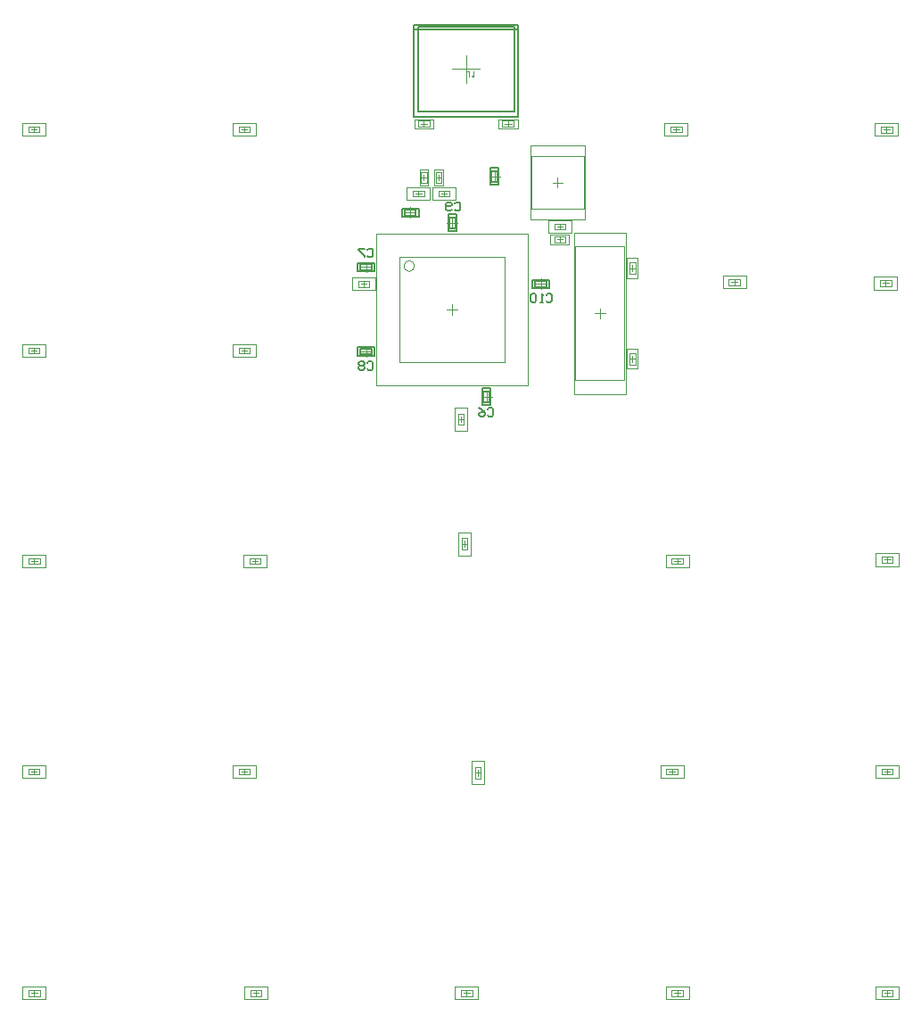
<source format=gto>
G04*
G04 #@! TF.GenerationSoftware,Altium Limited,Altium Designer,20.2.4 (192)*
G04*
G04 Layer_Color=65535*
%FSLAX25Y25*%
%MOIN*%
G70*
G04*
G04 #@! TF.SameCoordinates,1DD117FB-4894-4434-94E6-58AE3DA5C218*
G04*
G04*
G04 #@! TF.FilePolarity,Positive*
G04*
G01*
G75*
%ADD10C,0.00394*%
%ADD11C,0.00197*%
%ADD12C,0.00787*%
%ADD13C,0.00600*%
G36*
X205726Y381364D02*
X205526D01*
X205489Y381425D01*
X205450Y381484D01*
X205402Y381542D01*
X205359Y381593D01*
X205315Y381637D01*
X205282Y381673D01*
X205268Y381684D01*
X205257Y381695D01*
X205253Y381698D01*
X205249Y381702D01*
X205173Y381764D01*
X205096Y381822D01*
X205024Y381873D01*
X204951Y381913D01*
X204889Y381950D01*
X204863Y381964D01*
X204842Y381975D01*
X204823Y381986D01*
X204809Y381990D01*
X204802Y381997D01*
X204798D01*
Y382295D01*
X204853Y382274D01*
X204907Y382248D01*
X204962Y382223D01*
X205013Y382197D01*
X205056Y382175D01*
X205093Y382157D01*
X205115Y382142D01*
X205118Y382139D01*
X205122D01*
X205187Y382099D01*
X205246Y382059D01*
X205297Y382022D01*
X205337Y381990D01*
X205373Y381964D01*
X205395Y381942D01*
X205413Y381928D01*
X205417Y381924D01*
Y383893D01*
X205726D01*
Y381364D01*
D02*
G37*
G36*
X203513Y383933D02*
X203586Y383923D01*
X203651Y383908D01*
X203710Y383890D01*
X203757Y383875D01*
X203790Y383861D01*
X203812Y383850D01*
X203819Y383846D01*
X203877Y383810D01*
X203928Y383766D01*
X203968Y383722D01*
X204004Y383682D01*
X204030Y383642D01*
X204048Y383613D01*
X204059Y383591D01*
X204063Y383588D01*
Y383584D01*
X204088Y383511D01*
X204110Y383435D01*
X204124Y383351D01*
X204132Y383271D01*
X204139Y383202D01*
Y383173D01*
X204143Y383143D01*
Y383122D01*
Y383107D01*
Y383096D01*
Y383093D01*
Y381375D01*
X203808D01*
Y383111D01*
Y383187D01*
X203801Y383253D01*
X203797Y383307D01*
X203790Y383351D01*
X203782Y383384D01*
X203779Y383409D01*
X203771Y383424D01*
Y383428D01*
X203757Y383464D01*
X203739Y383493D01*
X203717Y383519D01*
X203699Y383544D01*
X203677Y383559D01*
X203662Y383573D01*
X203651Y383580D01*
X203648Y383584D01*
X203611Y383602D01*
X203575Y383617D01*
X203538Y383624D01*
X203506Y383631D01*
X203473Y383635D01*
X203451Y383639D01*
X203429D01*
X203371Y383635D01*
X203316Y383620D01*
X203273Y383606D01*
X203233Y383584D01*
X203204Y383566D01*
X203182Y383548D01*
X203167Y383537D01*
X203164Y383533D01*
X203145Y383511D01*
X203131Y383486D01*
X203109Y383428D01*
X203087Y383362D01*
X203076Y383296D01*
X203065Y383235D01*
Y383209D01*
X203062Y383187D01*
X203058Y383165D01*
Y383151D01*
Y383143D01*
Y383140D01*
X202756Y383184D01*
Y383253D01*
X202760Y383315D01*
X202770Y383377D01*
X202778Y383431D01*
X202792Y383482D01*
X202807Y383526D01*
X202821Y383569D01*
X202836Y383606D01*
X202854Y383639D01*
X202869Y383668D01*
X202883Y383693D01*
X202898Y383711D01*
X202909Y383726D01*
X202916Y383740D01*
X202920Y383744D01*
X202923Y383748D01*
X202960Y383781D01*
X202996Y383810D01*
X203036Y383835D01*
X203080Y383857D01*
X203164Y383890D01*
X203244Y383912D01*
X203320Y383926D01*
X203349Y383930D01*
X203378Y383933D01*
X203400Y383937D01*
X203433D01*
X203513Y383933D01*
D02*
G37*
D10*
X183465Y311024D02*
G03*
X183465Y311024I-1969J0D01*
G01*
X300959Y306114D02*
X305093D01*
X300959Y303948D02*
X305093D01*
Y306114D01*
X300959Y303948D02*
Y306114D01*
X203306Y205177D02*
Y209311D01*
X201140Y205177D02*
Y209311D01*
Y205177D02*
X203306D01*
X201140Y209311D02*
X203306D01*
X199709Y255790D02*
X201875D01*
X199709Y251656D02*
X201875D01*
X199709D02*
Y255790D01*
X201875Y251656D02*
Y255790D01*
X243504Y318307D02*
X262008D01*
X243504Y268307D02*
X262008D01*
Y318307D01*
X243504Y268307D02*
Y318307D01*
X277658Y120965D02*
X281791D01*
X277658Y123130D02*
X281791D01*
X277658Y120965D02*
Y123130D01*
X281791Y120965D02*
Y123130D01*
X279626Y38287D02*
X283760D01*
X279626Y40453D02*
X283760D01*
X279626Y38287D02*
Y40453D01*
X283760Y38287D02*
Y40453D01*
X200886Y38287D02*
X205020D01*
X200886Y40453D02*
X205020D01*
X200886Y38287D02*
Y40453D01*
X205020Y38287D02*
Y40453D01*
X279232Y361122D02*
X283366D01*
X279232Y363287D02*
X283366D01*
X279232Y361122D02*
Y363287D01*
X283366Y361122D02*
Y363287D01*
X39272Y38287D02*
X43406D01*
X39272Y40453D02*
X43406D01*
X39272Y38287D02*
Y40453D01*
X43406Y38287D02*
Y40453D01*
X39075Y120965D02*
X43209D01*
X39075Y123130D02*
X43209D01*
X39075Y120965D02*
Y123130D01*
X43209Y120965D02*
Y123130D01*
X121752Y199705D02*
X125886D01*
X121752Y201870D02*
X125886D01*
X121752Y199705D02*
Y201870D01*
X125886Y199705D02*
Y201870D01*
X39075Y278445D02*
X43209D01*
X39075Y280610D02*
X43209D01*
X39075Y278445D02*
Y280610D01*
X43209Y278445D02*
Y280610D01*
X117815Y361122D02*
X121949D01*
X117815Y363287D02*
X121949D01*
X117815Y361122D02*
Y363287D01*
X121949Y361122D02*
Y363287D01*
X216339Y362992D02*
Y365354D01*
X220669Y362992D02*
Y365354D01*
X216339Y362992D02*
X220669D01*
X216339Y365354D02*
X220669D01*
X263779Y278543D02*
X266142D01*
X263779Y274213D02*
X266142D01*
X263779D02*
Y278543D01*
X266142Y274213D02*
Y278543D01*
X235728Y319941D02*
X239862D01*
X235728Y322106D02*
X239862D01*
X235728Y319941D02*
Y322106D01*
X239862Y319941D02*
Y322106D01*
X185886Y341988D02*
X188051D01*
X185886Y346122D02*
X188051D01*
Y341988D02*
Y346122D01*
X185886Y341988D02*
Y346122D01*
X235728Y326831D02*
X239862D01*
X235728Y324665D02*
X239862D01*
Y326831D01*
X235728Y324665D02*
Y326831D01*
X182933Y337067D02*
X187067D01*
X182933Y339232D02*
X187067D01*
X182933Y337067D02*
Y339232D01*
X187067Y337067D02*
Y339232D01*
X177953Y314567D02*
X217323D01*
X177953Y275197D02*
X217323D01*
X177953D02*
Y314567D01*
X217323Y275197D02*
Y314567D01*
X227165Y332441D02*
X246850D01*
X227165Y352126D02*
X246850D01*
Y332441D02*
Y352126D01*
X227165Y332441D02*
Y352126D01*
X358169Y123130D02*
X362303D01*
X358169Y120965D02*
X362303D01*
Y123130D01*
X358169Y120965D02*
Y123130D01*
Y40453D02*
X362303D01*
X358169Y38287D02*
X362303D01*
Y40453D01*
X358169Y38287D02*
Y40453D01*
X357893Y363115D02*
X362027D01*
X357893Y360949D02*
X362027D01*
Y363115D01*
X357893Y360949D02*
Y363115D01*
X357601Y305737D02*
X361735D01*
X357601Y303571D02*
X361735D01*
Y305737D01*
X357601Y303571D02*
Y305737D01*
X208307Y119622D02*
Y123756D01*
X206142Y119622D02*
Y123756D01*
Y119622D02*
X208307D01*
X206142Y123756D02*
X208307D01*
X122146Y38287D02*
X126279D01*
X122146Y40453D02*
X126279D01*
X122146Y38287D02*
Y40453D01*
X126279Y38287D02*
Y40453D01*
X117815Y120965D02*
X121949D01*
X117815Y123130D02*
X121949D01*
X117815Y120965D02*
Y123130D01*
X121949Y120965D02*
Y123130D01*
X39272Y199705D02*
X43406D01*
X39272Y201870D02*
X43406D01*
X39272Y199705D02*
Y201870D01*
X43406Y199705D02*
Y201870D01*
X117815Y278445D02*
X121949D01*
X117815Y280610D02*
X121949D01*
X117815Y278445D02*
Y280610D01*
X121949Y278445D02*
Y280610D01*
X39075Y361122D02*
X43209D01*
X39075Y363287D02*
X43209D01*
X39075Y361122D02*
Y363287D01*
X43209Y361122D02*
Y363287D01*
X279626Y199705D02*
X283760D01*
X279626Y201870D02*
X283760D01*
X279626Y199705D02*
Y201870D01*
X283760Y199705D02*
Y201870D01*
X189173Y362992D02*
Y365354D01*
X184843Y362992D02*
Y365354D01*
X189173D01*
X184843Y362992D02*
X189173D01*
X162500Y303248D02*
Y305413D01*
X166634Y303248D02*
Y305413D01*
X162500Y303248D02*
X166634D01*
X162500Y305413D02*
X166634D01*
X191398Y341988D02*
Y346122D01*
X193563Y341988D02*
Y346122D01*
X191398D02*
X193563D01*
X191398Y341988D02*
X193563D01*
X263779Y308071D02*
X266142D01*
X263779Y312402D02*
X266142D01*
Y308071D02*
Y312402D01*
X263779Y308071D02*
Y312402D01*
X358210Y200215D02*
Y202381D01*
X362343Y200215D02*
Y202381D01*
X358210Y200215D02*
X362343D01*
X358210Y202381D02*
X362343D01*
X192382Y337067D02*
X196516D01*
X192382Y339232D02*
X196516D01*
X192382Y337067D02*
Y339232D01*
X196516Y337067D02*
Y339232D01*
X252756Y291339D02*
Y295276D01*
X250787Y293307D02*
X254724D01*
X217323Y364173D02*
X219685D01*
X218504Y362992D02*
Y365354D01*
X264961Y275197D02*
Y277559D01*
X263779Y276378D02*
X266142D01*
X237795Y319941D02*
Y322106D01*
X236713Y321024D02*
X238878D01*
X186969Y342972D02*
Y345138D01*
X185886Y344055D02*
X188051D01*
X237795Y324665D02*
Y326831D01*
X236713Y325748D02*
X238878D01*
X185000Y337067D02*
Y339232D01*
X183917Y338150D02*
X186083D01*
X197638Y292913D02*
Y296850D01*
X195669Y294882D02*
X199606D01*
X235039Y342284D02*
X238976D01*
X237008Y340315D02*
Y344252D01*
X185827Y364173D02*
X188189D01*
X187008Y362992D02*
Y365354D01*
X163484Y304331D02*
X165650D01*
X164567Y303248D02*
Y305413D01*
X191398Y344055D02*
X193563D01*
X192480Y342972D02*
Y345138D01*
X264961Y309055D02*
Y311417D01*
X263779Y310236D02*
X266142D01*
X194449Y337067D02*
Y339232D01*
X193366Y338150D02*
X195531D01*
X197642Y384646D02*
X207870D01*
X202756Y379532D02*
Y389760D01*
X211446Y344529D02*
X215384D01*
X213415Y342561D02*
Y346498D01*
X181876Y329050D02*
Y332987D01*
X179907Y331019D02*
X183844D01*
X197638Y325197D02*
Y329134D01*
X195669Y327165D02*
X199606D01*
X163386Y310630D02*
X167323D01*
X165354Y308661D02*
Y312598D01*
X228740Y304331D02*
X232677D01*
X230709Y302362D02*
Y306299D01*
X163386Y279134D02*
X167323D01*
X165354Y277165D02*
Y281102D01*
X210386Y260189D02*
Y264126D01*
X208418Y262158D02*
X212354D01*
D11*
X303026Y303948D02*
Y306114D01*
X301943Y305031D02*
X304108D01*
X298695Y307393D02*
X307356D01*
X298695Y302669D02*
X307356D01*
Y307393D01*
X298695Y302669D02*
Y307393D01*
X201140Y207244D02*
X203306D01*
X202223Y206161D02*
Y208326D01*
X204585Y202913D02*
Y211574D01*
X199861Y202913D02*
Y211574D01*
Y202913D02*
X204585D01*
X199861Y211574D02*
X204585D01*
X198430Y258054D02*
X203154D01*
X198430Y249392D02*
X203154D01*
X198430D02*
Y258054D01*
X203154Y249392D02*
Y258054D01*
X200792Y252640D02*
Y254806D01*
X199709Y253723D02*
X201875D01*
X243110Y263189D02*
Y323425D01*
X262402Y263189D02*
Y323425D01*
X243110Y263189D02*
X262402D01*
X243110Y323425D02*
X262402D01*
X279724Y120965D02*
Y123130D01*
X278642Y122047D02*
X280807D01*
X275394Y119685D02*
X284055D01*
X275394Y124409D02*
X284055D01*
X275394Y119685D02*
Y124409D01*
X284055Y119685D02*
Y124409D01*
X281693Y38287D02*
Y40453D01*
X280610Y39370D02*
X282776D01*
X277362Y37008D02*
X286024D01*
X277362Y41732D02*
X286024D01*
X277362Y37008D02*
Y41732D01*
X286024Y37008D02*
Y41732D01*
X202953Y38287D02*
Y40453D01*
X201870Y39370D02*
X204035D01*
X198622Y37008D02*
X207283D01*
X198622Y41732D02*
X207283D01*
X198622Y37008D02*
Y41732D01*
X207283Y37008D02*
Y41732D01*
X281299Y361122D02*
Y363287D01*
X280217Y362205D02*
X282382D01*
X276969Y359842D02*
X285630D01*
X276969Y364567D02*
X285630D01*
X276969Y359842D02*
Y364567D01*
X285630Y359842D02*
Y364567D01*
X41339Y38287D02*
Y40453D01*
X40256Y39370D02*
X42421D01*
X37008Y37008D02*
X45669D01*
X37008Y41732D02*
X45669D01*
X37008Y37008D02*
Y41732D01*
X45669Y37008D02*
Y41732D01*
X41142Y120965D02*
Y123130D01*
X40059Y122047D02*
X42224D01*
X36811Y119685D02*
X45472D01*
X36811Y124409D02*
X45472D01*
X36811Y119685D02*
Y124409D01*
X45472Y119685D02*
Y124409D01*
X123819Y199705D02*
Y201870D01*
X122736Y200787D02*
X124902D01*
X119488Y198425D02*
X128150D01*
X119488Y203150D02*
X128150D01*
X119488Y198425D02*
Y203150D01*
X128150Y198425D02*
Y203150D01*
X41142Y278445D02*
Y280610D01*
X40059Y279528D02*
X42224D01*
X36811Y277165D02*
X45472D01*
X36811Y281890D02*
X45472D01*
X36811Y277165D02*
Y281890D01*
X45472Y277165D02*
Y281890D01*
X119882Y361122D02*
Y363287D01*
X118799Y362205D02*
X120965D01*
X115551Y359842D02*
X124213D01*
X115551Y364567D02*
X124213D01*
X115551Y359842D02*
Y364567D01*
X124213Y359842D02*
Y364567D01*
X214961Y362402D02*
Y365945D01*
X222047Y362402D02*
Y365945D01*
X214961Y362402D02*
X222047D01*
X214961Y365945D02*
X222047D01*
X262992Y280118D02*
X266929D01*
X262992Y272638D02*
X266929D01*
X262992D02*
Y280118D01*
X266929Y272638D02*
Y280118D01*
X234252Y319252D02*
X241339D01*
X234252Y322795D02*
X241339D01*
X234252Y319252D02*
Y322795D01*
X241339Y319252D02*
Y322795D01*
X185394Y341102D02*
X188543D01*
X185394Y347008D02*
X188543D01*
Y341102D02*
Y347008D01*
X185394Y341102D02*
Y347008D01*
X233465Y328110D02*
X242126D01*
X233465Y323386D02*
X242126D01*
Y328110D01*
X233465Y323386D02*
Y328110D01*
X180669Y335787D02*
X189331D01*
X180669Y340512D02*
X189331D01*
X180669Y335787D02*
Y340512D01*
X189331Y335787D02*
Y340512D01*
X169291Y323228D02*
X225984D01*
X169291Y266535D02*
X225984D01*
X169291D02*
Y323228D01*
X225984Y266535D02*
Y323228D01*
X226772Y328563D02*
X247244D01*
X226772D02*
Y356004D01*
X247244Y328563D02*
Y356004D01*
X226772D02*
X247244D01*
X360236Y120965D02*
Y123130D01*
X359154Y122047D02*
X361319D01*
X355906Y124409D02*
X364567D01*
X355906Y119685D02*
X364567D01*
Y124409D01*
X355906Y119685D02*
Y124409D01*
X360236Y38287D02*
Y40453D01*
X359154Y39370D02*
X361319D01*
X355906Y41732D02*
X364567D01*
X355906Y37008D02*
X364567D01*
Y41732D01*
X355906Y37008D02*
Y41732D01*
X359960Y360949D02*
Y363115D01*
X358877Y362032D02*
X361043D01*
X355629Y364394D02*
X364291D01*
X355629Y359670D02*
X364291D01*
Y364394D01*
X355629Y359670D02*
Y364394D01*
X359668Y303571D02*
Y305737D01*
X358585Y304654D02*
X360751D01*
X355337Y307016D02*
X363999D01*
X355337Y302292D02*
X363999D01*
Y307016D01*
X355337Y302292D02*
Y307016D01*
X206142Y121689D02*
X208307D01*
X207224Y120606D02*
Y122772D01*
X209587Y117358D02*
Y126020D01*
X204862Y117358D02*
Y126020D01*
Y117358D02*
X209587D01*
X204862Y126020D02*
X209587D01*
X124213Y38287D02*
Y40453D01*
X123130Y39370D02*
X125295D01*
X119882Y37008D02*
X128543D01*
X119882Y41732D02*
X128543D01*
X119882Y37008D02*
Y41732D01*
X128543Y37008D02*
Y41732D01*
X119882Y120965D02*
Y123130D01*
X118799Y122047D02*
X120965D01*
X115551Y119685D02*
X124213D01*
X115551Y124409D02*
X124213D01*
X115551Y119685D02*
Y124409D01*
X124213Y119685D02*
Y124409D01*
X41339Y199705D02*
Y201870D01*
X40256Y200787D02*
X42421D01*
X37008Y198425D02*
X45669D01*
X37008Y203150D02*
X45669D01*
X37008Y198425D02*
Y203150D01*
X45669Y198425D02*
Y203150D01*
X119882Y278445D02*
Y280610D01*
X118799Y279528D02*
X120965D01*
X115551Y277165D02*
X124213D01*
X115551Y281890D02*
X124213D01*
X115551Y277165D02*
Y281890D01*
X124213Y277165D02*
Y281890D01*
X41142Y361122D02*
Y363287D01*
X40059Y362205D02*
X42224D01*
X36811Y359842D02*
X45472D01*
X36811Y364567D02*
X45472D01*
X36811Y359842D02*
Y364567D01*
X45472Y359842D02*
Y364567D01*
X281693Y199705D02*
Y201870D01*
X280610Y200787D02*
X282776D01*
X277362Y198425D02*
X286024D01*
X277362Y203150D02*
X286024D01*
X277362Y198425D02*
Y203150D01*
X286024Y198425D02*
Y203150D01*
X190551Y362402D02*
Y365945D01*
X183465Y362402D02*
Y365945D01*
X190551D01*
X183465Y362402D02*
X190551D01*
X160236Y301969D02*
Y306693D01*
X168898Y301969D02*
Y306693D01*
X160236Y301969D02*
X168898D01*
X160236Y306693D02*
X168898D01*
X190905Y341102D02*
Y347008D01*
X194055Y341102D02*
Y347008D01*
X190905D02*
X194055D01*
X190905Y341102D02*
X194055D01*
X262992Y306496D02*
X266929D01*
X262992Y313976D02*
X266929D01*
Y306496D02*
Y313976D01*
X262992Y306496D02*
Y313976D01*
X355946Y198936D02*
Y203660D01*
X364607Y198936D02*
Y203660D01*
X355946Y198936D02*
X364607D01*
X355946Y203660D02*
X364607D01*
X359194Y201298D02*
X361359D01*
X360277Y200215D02*
Y202381D01*
X190118Y335787D02*
X198779D01*
X190118Y340512D02*
X198779D01*
X190118Y335787D02*
Y340512D01*
X198779Y335787D02*
Y340512D01*
D12*
X183189Y366890D02*
X222323D01*
Y400984D01*
X183189D02*
X222323D01*
X183189Y366890D02*
Y400984D01*
X211840Y341380D02*
X214990D01*
X211840D02*
Y347679D01*
X214990D01*
Y341380D02*
Y347679D01*
X185025Y329444D02*
Y332594D01*
X178726Y329444D02*
X185025D01*
X178726D02*
Y332594D01*
X185025D01*
X199213Y324016D02*
Y330315D01*
X196063D02*
X199213D01*
X196063Y324016D02*
Y330315D01*
Y324016D02*
X199213D01*
X162205Y312205D02*
X168504D01*
X162205Y309055D02*
Y312205D01*
Y309055D02*
X168504D01*
Y312205D01*
X227559Y302756D02*
X233858D01*
Y305906D01*
X227559D02*
X233858D01*
X227559Y302756D02*
Y305906D01*
X162205Y280709D02*
X168504D01*
X162205Y277559D02*
Y280709D01*
Y277559D02*
X168504D01*
Y280709D01*
X208811Y259008D02*
Y265307D01*
Y259008D02*
X211961D01*
Y265307D01*
X208811D02*
X211961D01*
X183189Y366890D02*
X222323D01*
Y400984D01*
X183189D02*
X222323D01*
X183189Y366890D02*
Y400984D01*
X211840Y341380D02*
X214990D01*
X211840D02*
Y347679D01*
X214990D01*
Y341380D02*
Y347679D01*
X185025Y329444D02*
Y332594D01*
X178726Y329444D02*
X185025D01*
X178726D02*
Y332594D01*
X185025D01*
X199213Y324016D02*
Y330315D01*
X196063D02*
X199213D01*
X196063Y324016D02*
Y330315D01*
Y324016D02*
X199213D01*
X162205Y312205D02*
X168504D01*
X162205Y309055D02*
Y312205D01*
Y309055D02*
X168504D01*
Y312205D01*
X227559Y302756D02*
X233858D01*
Y305906D01*
X227559D02*
X233858D01*
X227559Y302756D02*
Y305906D01*
X162205Y280709D02*
X168504D01*
X162205Y277559D02*
Y280709D01*
Y277559D02*
X168504D01*
Y280709D01*
X208811Y259008D02*
Y265307D01*
Y259008D02*
X211961D01*
Y265307D01*
X208811D02*
X211961D01*
X184764Y368701D02*
X220748D01*
Y400591D01*
X184764D02*
X220748D01*
X184764Y368701D02*
Y400591D01*
X183189Y399488D02*
X222323D01*
X212332Y342462D02*
X214498D01*
X212332D02*
Y346596D01*
X214498D01*
Y342462D02*
Y346596D01*
X183943Y329936D02*
Y332102D01*
X179809Y329936D02*
X183943D01*
X179809D02*
Y332102D01*
X183943D01*
X198721Y325098D02*
Y329232D01*
X196555D02*
X198721D01*
X196555Y325098D02*
Y329232D01*
Y325098D02*
X198721D01*
X163287Y311713D02*
X167421D01*
X163287Y309547D02*
Y311713D01*
Y309547D02*
X167421D01*
Y311713D01*
X228642Y303248D02*
X232776D01*
Y305413D01*
X228642D02*
X232776D01*
X228642Y303248D02*
Y305413D01*
X163287Y280217D02*
X167421D01*
X163287Y278051D02*
Y280217D01*
Y278051D02*
X167421D01*
Y280217D01*
X209303Y260091D02*
Y264225D01*
Y260091D02*
X211469D01*
Y264225D01*
X209303D02*
X211469D01*
D13*
X198449Y334368D02*
X198982Y334901D01*
X200048D01*
X200581Y334368D01*
Y332236D01*
X200048Y331702D01*
X198982D01*
X198449Y332236D01*
X197382D02*
X196849Y331702D01*
X195783D01*
X195249Y332236D01*
Y334368D01*
X195783Y334901D01*
X196849D01*
X197382Y334368D01*
Y333835D01*
X196849Y333302D01*
X195249D01*
X165771Y317045D02*
X166304Y317579D01*
X167371D01*
X167904Y317045D01*
Y314913D01*
X167371Y314380D01*
X166304D01*
X165771Y314913D01*
X164705Y317579D02*
X162572D01*
Y317045D01*
X164705Y314913D01*
Y314380D01*
X232700Y300116D02*
X233234Y300649D01*
X234300D01*
X234833Y300116D01*
Y297984D01*
X234300Y297450D01*
X233234D01*
X232700Y297984D01*
X231634Y297450D02*
X230568D01*
X231101D01*
Y300649D01*
X231634Y300116D01*
X228968D02*
X228435Y300649D01*
X227369D01*
X226836Y300116D01*
Y297984D01*
X227369Y297450D01*
X228435D01*
X228968Y297984D01*
Y300116D01*
X165771Y274919D02*
X166304Y275452D01*
X167371D01*
X167904Y274919D01*
Y272787D01*
X167371Y272253D01*
X166304D01*
X165771Y272787D01*
X164705Y274919D02*
X164172Y275452D01*
X163105D01*
X162572Y274919D01*
Y274386D01*
X163105Y273853D01*
X162572Y273320D01*
Y272787D01*
X163105Y272253D01*
X164172D01*
X164705Y272787D01*
Y273320D01*
X164172Y273853D01*
X164705Y274386D01*
Y274919D01*
X164172Y273853D02*
X163105D01*
X210803Y257550D02*
X211336Y258083D01*
X212403D01*
X212936Y257550D01*
Y255417D01*
X212403Y254884D01*
X211336D01*
X210803Y255417D01*
X207604Y258083D02*
X208670Y257550D01*
X209737Y256483D01*
Y255417D01*
X209204Y254884D01*
X208137D01*
X207604Y255417D01*
Y255950D01*
X208137Y256483D01*
X209737D01*
M02*

</source>
